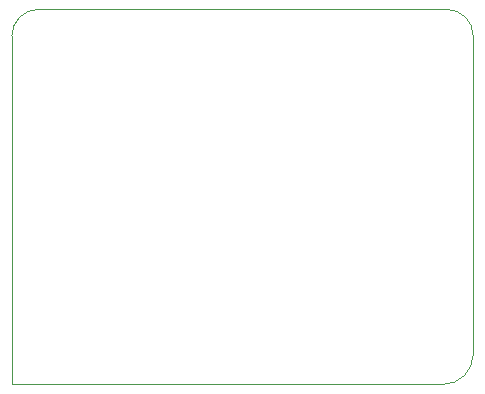
<source format=gbr>
G04 #@! TF.GenerationSoftware,KiCad,Pcbnew,(5.1.9)-1*
G04 #@! TF.CreationDate,2021-03-08T16:55:06+09:00*
G04 #@! TF.ProjectId,chassis,63686173-7369-4732-9e6b-696361645f70,rev?*
G04 #@! TF.SameCoordinates,Original*
G04 #@! TF.FileFunction,Profile,NP*
%FSLAX46Y46*%
G04 Gerber Fmt 4.6, Leading zero omitted, Abs format (unit mm)*
G04 Created by KiCad (PCBNEW (5.1.9)-1) date 2021-03-08 16:55:06*
%MOMM*%
%LPD*%
G01*
G04 APERTURE LIST*
G04 #@! TA.AperFunction,Profile*
%ADD10C,0.050000*%
G04 #@! TD*
G04 APERTURE END LIST*
D10*
X71450000Y-62780000D02*
G75*
G02*
X68910000Y-65320000I-2540000J0D01*
G01*
X71450000Y-35814000D02*
X71450000Y-62780000D01*
X32385000Y-35814000D02*
G75*
G02*
X34620000Y-33579000I2235000J0D01*
G01*
X69215000Y-33579000D02*
G75*
G02*
X71450000Y-35814000I0J-2235000D01*
G01*
X34620000Y-33579000D02*
X69215000Y-33579000D01*
X32385000Y-35814000D02*
X32385000Y-65320000D01*
X32385000Y-65320000D02*
X68910000Y-65320000D01*
M02*

</source>
